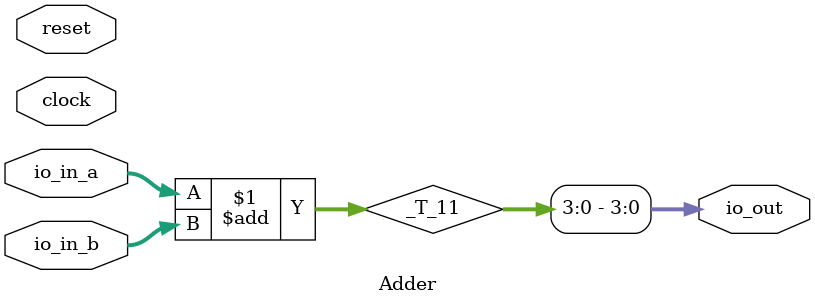
<source format=v>
module Adder( // @[:@3.2]
  input        clock, // @[:@4.4]
  input        reset, // @[:@5.4]
  input  [3:0] io_in_a, // @[:@6.4]
  input  [3:0] io_in_b, // @[:@6.4]
  output [3:0] io_out // @[:@6.4]
);
  wire [4:0] _T_11; // @[exercise3.scala 15:23:@8.4]
  assign _T_11 = io_in_a + io_in_b; // @[exercise3.scala 15:23:@8.4]
  assign io_out = _T_11[3:0]; // @[exercise3.scala 15:12:@9.4]
endmodule

</source>
